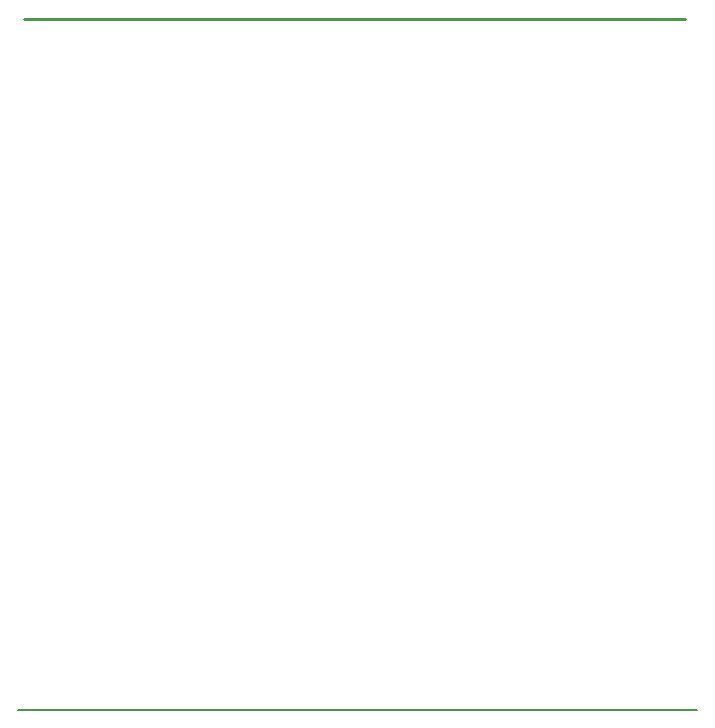
<source format=gbr>
%TF.GenerationSoftware,KiCad,Pcbnew,(6.0.10)*%
%TF.CreationDate,2023-04-24T21:45:00+09:00*%
%TF.ProjectId,qdrive_hw,71647269-7665-45f6-9877-2e6b69636164,rev?*%
%TF.SameCoordinates,Original*%
%TF.FileFunction,Other,ECO1*%
%FSLAX46Y46*%
G04 Gerber Fmt 4.6, Leading zero omitted, Abs format (unit mm)*
G04 Created by KiCad (PCBNEW (6.0.10)) date 2023-04-24 21:45:00*
%MOMM*%
%LPD*%
G01*
G04 APERTURE LIST*
%ADD10C,0.250000*%
%ADD11C,0.150000*%
G04 APERTURE END LIST*
D10*
X160000000Y-103000000D02*
X216000000Y-103000000D01*
D11*
X159500000Y-161500000D02*
X217000000Y-161500000D01*
M02*

</source>
